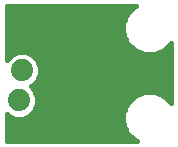
<source format=gbl>
G75*
%MOIN*%
%OFA0B0*%
%FSLAX24Y24*%
%IPPOS*%
%LPD*%
%AMOC8*
5,1,8,0,0,1.08239X$1,22.5*
%
%ADD10C,0.0740*%
%ADD11C,0.0160*%
D10*
X000930Y000780D03*
X000830Y001780D03*
X000930Y002780D03*
D11*
X000420Y000420D02*
X004754Y000420D01*
X004690Y000447D01*
X004447Y000690D01*
X004315Y001008D01*
X004315Y001352D01*
X004447Y001670D01*
X004690Y001913D01*
X005008Y002045D01*
X005352Y002045D01*
X005670Y001913D01*
X005910Y001673D01*
X005910Y003687D01*
X005670Y003447D01*
X005352Y003315D01*
X005008Y003315D01*
X004690Y003447D01*
X004447Y003690D01*
X004315Y004008D01*
X004315Y004352D01*
X004447Y004670D01*
X004690Y004913D01*
X004745Y004936D01*
X000420Y004936D01*
X000420Y003133D01*
X000584Y003297D01*
X000809Y003390D01*
X001051Y003390D01*
X001276Y003297D01*
X001447Y003126D01*
X001540Y002901D01*
X001540Y002659D01*
X001447Y002434D01*
X001276Y002263D01*
X001229Y002244D01*
X001347Y002126D01*
X001440Y001901D01*
X001440Y001659D01*
X001347Y001434D01*
X001176Y001263D01*
X000951Y001170D01*
X000709Y001170D01*
X000484Y001263D01*
X000420Y001327D01*
X000420Y000420D01*
X000420Y000497D02*
X004640Y000497D01*
X004481Y000656D02*
X000420Y000656D01*
X000420Y000814D02*
X004395Y000814D01*
X004330Y000973D02*
X000420Y000973D01*
X000420Y001131D02*
X004315Y001131D01*
X004315Y001290D02*
X001202Y001290D01*
X001353Y001448D02*
X004355Y001448D01*
X004420Y001607D02*
X001418Y001607D01*
X001440Y001765D02*
X004542Y001765D01*
X004715Y001924D02*
X001431Y001924D01*
X001365Y002082D02*
X005910Y002082D01*
X005910Y001924D02*
X005645Y001924D01*
X005818Y001765D02*
X005910Y001765D01*
X005910Y002241D02*
X001232Y002241D01*
X001412Y002399D02*
X005910Y002399D01*
X005910Y002558D02*
X001498Y002558D01*
X001540Y002716D02*
X005910Y002716D01*
X005910Y002875D02*
X001540Y002875D01*
X001485Y003033D02*
X005910Y003033D01*
X005910Y003192D02*
X001381Y003192D01*
X001148Y003350D02*
X004923Y003350D01*
X004628Y003509D02*
X000420Y003509D01*
X000420Y003667D02*
X004470Y003667D01*
X004391Y003826D02*
X000420Y003826D01*
X000420Y003984D02*
X004325Y003984D01*
X004315Y004143D02*
X000420Y004143D01*
X000420Y004301D02*
X004315Y004301D01*
X004360Y004460D02*
X000420Y004460D01*
X000420Y004618D02*
X004425Y004618D01*
X004553Y004777D02*
X000420Y004777D01*
X000420Y004935D02*
X004742Y004935D01*
X005890Y003667D02*
X005910Y003667D01*
X005910Y003509D02*
X005732Y003509D01*
X005910Y003350D02*
X005437Y003350D01*
X000712Y003350D02*
X000420Y003350D01*
X000420Y003192D02*
X000479Y003192D01*
X000420Y001290D02*
X000458Y001290D01*
M02*

</source>
